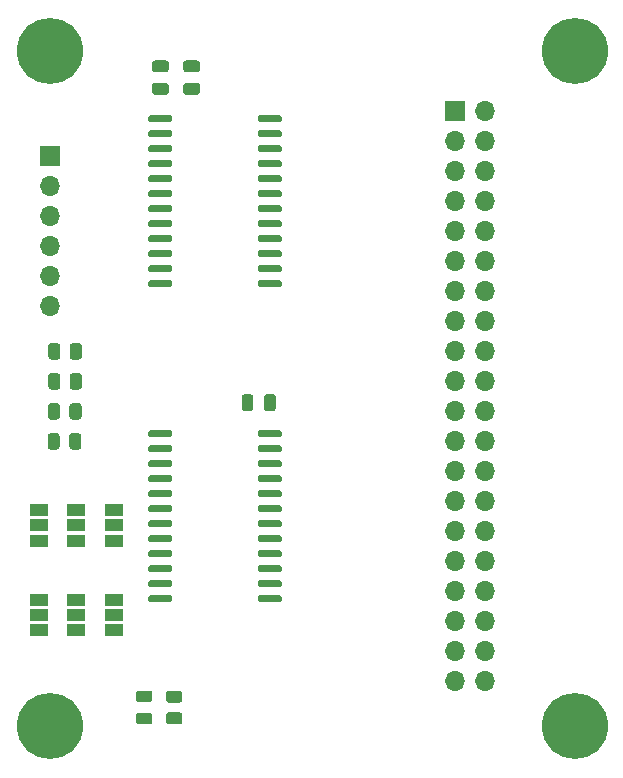
<source format=gts>
G04 #@! TF.GenerationSoftware,KiCad,Pcbnew,6.0.6-3a73a75311~116~ubuntu22.04.1*
G04 #@! TF.CreationDate,2022-06-23T20:47:55-04:00*
G04 #@! TF.ProjectId,switch_mux_breakout,73776974-6368-45f6-9d75-785f62726561,0*
G04 #@! TF.SameCoordinates,Original*
G04 #@! TF.FileFunction,Soldermask,Top*
G04 #@! TF.FilePolarity,Negative*
%FSLAX46Y46*%
G04 Gerber Fmt 4.6, Leading zero omitted, Abs format (unit mm)*
G04 Created by KiCad (PCBNEW 6.0.6-3a73a75311~116~ubuntu22.04.1) date 2022-06-23 20:47:55*
%MOMM*%
%LPD*%
G01*
G04 APERTURE LIST*
%ADD10R,1.500000X1.000000*%
%ADD11R,1.700000X1.700000*%
%ADD12O,1.700000X1.700000*%
%ADD13C,5.600000*%
G04 APERTURE END LIST*
D10*
X131114801Y-115092001D03*
X131114801Y-113792001D03*
X131114801Y-112492001D03*
G36*
G01*
X135552201Y-77330001D02*
X134602201Y-77330001D01*
G75*
G02*
X134352201Y-77080001I0J250000D01*
G01*
X134352201Y-76580001D01*
G75*
G02*
X134602201Y-76330001I250000J0D01*
G01*
X135552201Y-76330001D01*
G75*
G02*
X135802201Y-76580001I0J-250000D01*
G01*
X135802201Y-77080001D01*
G75*
G02*
X135552201Y-77330001I-250000J0D01*
G01*
G37*
G36*
G01*
X135552201Y-75430001D02*
X134602201Y-75430001D01*
G75*
G02*
X134352201Y-75180001I0J250000D01*
G01*
X134352201Y-74680001D01*
G75*
G02*
X134602201Y-74430001I250000J0D01*
G01*
X135552201Y-74430001D01*
G75*
G02*
X135802201Y-74680001I0J-250000D01*
G01*
X135802201Y-75180001D01*
G75*
G02*
X135552201Y-75430001I-250000J0D01*
G01*
G37*
G36*
G01*
X134161851Y-130634801D02*
X133249351Y-130634801D01*
G75*
G02*
X133005601Y-130391051I0J243750D01*
G01*
X133005601Y-129903551D01*
G75*
G02*
X133249351Y-129659801I243750J0D01*
G01*
X134161851Y-129659801D01*
G75*
G02*
X134405601Y-129903551I0J-243750D01*
G01*
X134405601Y-130391051D01*
G75*
G02*
X134161851Y-130634801I-243750J0D01*
G01*
G37*
G36*
G01*
X134161851Y-128759801D02*
X133249351Y-128759801D01*
G75*
G02*
X133005601Y-128516051I0J243750D01*
G01*
X133005601Y-128028551D01*
G75*
G02*
X133249351Y-127784801I243750J0D01*
G01*
X134161851Y-127784801D01*
G75*
G02*
X134405601Y-128028551I0J-243750D01*
G01*
X134405601Y-128516051D01*
G75*
G02*
X134161851Y-128759801I-243750J0D01*
G01*
G37*
G36*
G01*
X128425001Y-98610001D02*
X128425001Y-99510001D01*
G75*
G02*
X128175001Y-99760001I-250000J0D01*
G01*
X127650001Y-99760001D01*
G75*
G02*
X127400001Y-99510001I0J250000D01*
G01*
X127400001Y-98610001D01*
G75*
G02*
X127650001Y-98360001I250000J0D01*
G01*
X128175001Y-98360001D01*
G75*
G02*
X128425001Y-98610001I0J-250000D01*
G01*
G37*
G36*
G01*
X126600001Y-98610001D02*
X126600001Y-99510001D01*
G75*
G02*
X126350001Y-99760001I-250000J0D01*
G01*
X125825001Y-99760001D01*
G75*
G02*
X125575001Y-99510001I0J250000D01*
G01*
X125575001Y-98610001D01*
G75*
G02*
X125825001Y-98360001I250000J0D01*
G01*
X126350001Y-98360001D01*
G75*
G02*
X126600001Y-98610001I0J-250000D01*
G01*
G37*
X127939801Y-115092001D03*
X127939801Y-113792001D03*
X127939801Y-112492001D03*
D11*
X125730001Y-82550001D03*
D12*
X125730001Y-85090001D03*
X125730001Y-87630001D03*
X125730001Y-90170001D03*
X125730001Y-92710001D03*
X125730001Y-95250001D03*
G36*
G01*
X134025001Y-106195001D02*
X134025001Y-105895001D01*
G75*
G02*
X134175001Y-105745001I150000J0D01*
G01*
X135925001Y-105745001D01*
G75*
G02*
X136075001Y-105895001I0J-150000D01*
G01*
X136075001Y-106195001D01*
G75*
G02*
X135925001Y-106345001I-150000J0D01*
G01*
X134175001Y-106345001D01*
G75*
G02*
X134025001Y-106195001I0J150000D01*
G01*
G37*
G36*
G01*
X134025001Y-107465001D02*
X134025001Y-107165001D01*
G75*
G02*
X134175001Y-107015001I150000J0D01*
G01*
X135925001Y-107015001D01*
G75*
G02*
X136075001Y-107165001I0J-150000D01*
G01*
X136075001Y-107465001D01*
G75*
G02*
X135925001Y-107615001I-150000J0D01*
G01*
X134175001Y-107615001D01*
G75*
G02*
X134025001Y-107465001I0J150000D01*
G01*
G37*
G36*
G01*
X134025001Y-108735001D02*
X134025001Y-108435001D01*
G75*
G02*
X134175001Y-108285001I150000J0D01*
G01*
X135925001Y-108285001D01*
G75*
G02*
X136075001Y-108435001I0J-150000D01*
G01*
X136075001Y-108735001D01*
G75*
G02*
X135925001Y-108885001I-150000J0D01*
G01*
X134175001Y-108885001D01*
G75*
G02*
X134025001Y-108735001I0J150000D01*
G01*
G37*
G36*
G01*
X134025001Y-110005001D02*
X134025001Y-109705001D01*
G75*
G02*
X134175001Y-109555001I150000J0D01*
G01*
X135925001Y-109555001D01*
G75*
G02*
X136075001Y-109705001I0J-150000D01*
G01*
X136075001Y-110005001D01*
G75*
G02*
X135925001Y-110155001I-150000J0D01*
G01*
X134175001Y-110155001D01*
G75*
G02*
X134025001Y-110005001I0J150000D01*
G01*
G37*
G36*
G01*
X134025001Y-111275001D02*
X134025001Y-110975001D01*
G75*
G02*
X134175001Y-110825001I150000J0D01*
G01*
X135925001Y-110825001D01*
G75*
G02*
X136075001Y-110975001I0J-150000D01*
G01*
X136075001Y-111275001D01*
G75*
G02*
X135925001Y-111425001I-150000J0D01*
G01*
X134175001Y-111425001D01*
G75*
G02*
X134025001Y-111275001I0J150000D01*
G01*
G37*
G36*
G01*
X134025001Y-112545001D02*
X134025001Y-112245001D01*
G75*
G02*
X134175001Y-112095001I150000J0D01*
G01*
X135925001Y-112095001D01*
G75*
G02*
X136075001Y-112245001I0J-150000D01*
G01*
X136075001Y-112545001D01*
G75*
G02*
X135925001Y-112695001I-150000J0D01*
G01*
X134175001Y-112695001D01*
G75*
G02*
X134025001Y-112545001I0J150000D01*
G01*
G37*
G36*
G01*
X134025001Y-113815001D02*
X134025001Y-113515001D01*
G75*
G02*
X134175001Y-113365001I150000J0D01*
G01*
X135925001Y-113365001D01*
G75*
G02*
X136075001Y-113515001I0J-150000D01*
G01*
X136075001Y-113815001D01*
G75*
G02*
X135925001Y-113965001I-150000J0D01*
G01*
X134175001Y-113965001D01*
G75*
G02*
X134025001Y-113815001I0J150000D01*
G01*
G37*
G36*
G01*
X134025001Y-115085001D02*
X134025001Y-114785001D01*
G75*
G02*
X134175001Y-114635001I150000J0D01*
G01*
X135925001Y-114635001D01*
G75*
G02*
X136075001Y-114785001I0J-150000D01*
G01*
X136075001Y-115085001D01*
G75*
G02*
X135925001Y-115235001I-150000J0D01*
G01*
X134175001Y-115235001D01*
G75*
G02*
X134025001Y-115085001I0J150000D01*
G01*
G37*
G36*
G01*
X134025001Y-116355001D02*
X134025001Y-116055001D01*
G75*
G02*
X134175001Y-115905001I150000J0D01*
G01*
X135925001Y-115905001D01*
G75*
G02*
X136075001Y-116055001I0J-150000D01*
G01*
X136075001Y-116355001D01*
G75*
G02*
X135925001Y-116505001I-150000J0D01*
G01*
X134175001Y-116505001D01*
G75*
G02*
X134025001Y-116355001I0J150000D01*
G01*
G37*
G36*
G01*
X134025001Y-117625001D02*
X134025001Y-117325001D01*
G75*
G02*
X134175001Y-117175001I150000J0D01*
G01*
X135925001Y-117175001D01*
G75*
G02*
X136075001Y-117325001I0J-150000D01*
G01*
X136075001Y-117625001D01*
G75*
G02*
X135925001Y-117775001I-150000J0D01*
G01*
X134175001Y-117775001D01*
G75*
G02*
X134025001Y-117625001I0J150000D01*
G01*
G37*
G36*
G01*
X134025001Y-118895001D02*
X134025001Y-118595001D01*
G75*
G02*
X134175001Y-118445001I150000J0D01*
G01*
X135925001Y-118445001D01*
G75*
G02*
X136075001Y-118595001I0J-150000D01*
G01*
X136075001Y-118895001D01*
G75*
G02*
X135925001Y-119045001I-150000J0D01*
G01*
X134175001Y-119045001D01*
G75*
G02*
X134025001Y-118895001I0J150000D01*
G01*
G37*
G36*
G01*
X134025001Y-120165001D02*
X134025001Y-119865001D01*
G75*
G02*
X134175001Y-119715001I150000J0D01*
G01*
X135925001Y-119715001D01*
G75*
G02*
X136075001Y-119865001I0J-150000D01*
G01*
X136075001Y-120165001D01*
G75*
G02*
X135925001Y-120315001I-150000J0D01*
G01*
X134175001Y-120315001D01*
G75*
G02*
X134025001Y-120165001I0J150000D01*
G01*
G37*
G36*
G01*
X143325001Y-120165001D02*
X143325001Y-119865001D01*
G75*
G02*
X143475001Y-119715001I150000J0D01*
G01*
X145225001Y-119715001D01*
G75*
G02*
X145375001Y-119865001I0J-150000D01*
G01*
X145375001Y-120165001D01*
G75*
G02*
X145225001Y-120315001I-150000J0D01*
G01*
X143475001Y-120315001D01*
G75*
G02*
X143325001Y-120165001I0J150000D01*
G01*
G37*
G36*
G01*
X143325001Y-118895001D02*
X143325001Y-118595001D01*
G75*
G02*
X143475001Y-118445001I150000J0D01*
G01*
X145225001Y-118445001D01*
G75*
G02*
X145375001Y-118595001I0J-150000D01*
G01*
X145375001Y-118895001D01*
G75*
G02*
X145225001Y-119045001I-150000J0D01*
G01*
X143475001Y-119045001D01*
G75*
G02*
X143325001Y-118895001I0J150000D01*
G01*
G37*
G36*
G01*
X143325001Y-117625001D02*
X143325001Y-117325001D01*
G75*
G02*
X143475001Y-117175001I150000J0D01*
G01*
X145225001Y-117175001D01*
G75*
G02*
X145375001Y-117325001I0J-150000D01*
G01*
X145375001Y-117625001D01*
G75*
G02*
X145225001Y-117775001I-150000J0D01*
G01*
X143475001Y-117775001D01*
G75*
G02*
X143325001Y-117625001I0J150000D01*
G01*
G37*
G36*
G01*
X143325001Y-116355001D02*
X143325001Y-116055001D01*
G75*
G02*
X143475001Y-115905001I150000J0D01*
G01*
X145225001Y-115905001D01*
G75*
G02*
X145375001Y-116055001I0J-150000D01*
G01*
X145375001Y-116355001D01*
G75*
G02*
X145225001Y-116505001I-150000J0D01*
G01*
X143475001Y-116505001D01*
G75*
G02*
X143325001Y-116355001I0J150000D01*
G01*
G37*
G36*
G01*
X143325001Y-115085001D02*
X143325001Y-114785001D01*
G75*
G02*
X143475001Y-114635001I150000J0D01*
G01*
X145225001Y-114635001D01*
G75*
G02*
X145375001Y-114785001I0J-150000D01*
G01*
X145375001Y-115085001D01*
G75*
G02*
X145225001Y-115235001I-150000J0D01*
G01*
X143475001Y-115235001D01*
G75*
G02*
X143325001Y-115085001I0J150000D01*
G01*
G37*
G36*
G01*
X143325001Y-113815001D02*
X143325001Y-113515001D01*
G75*
G02*
X143475001Y-113365001I150000J0D01*
G01*
X145225001Y-113365001D01*
G75*
G02*
X145375001Y-113515001I0J-150000D01*
G01*
X145375001Y-113815001D01*
G75*
G02*
X145225001Y-113965001I-150000J0D01*
G01*
X143475001Y-113965001D01*
G75*
G02*
X143325001Y-113815001I0J150000D01*
G01*
G37*
G36*
G01*
X143325001Y-112545001D02*
X143325001Y-112245001D01*
G75*
G02*
X143475001Y-112095001I150000J0D01*
G01*
X145225001Y-112095001D01*
G75*
G02*
X145375001Y-112245001I0J-150000D01*
G01*
X145375001Y-112545001D01*
G75*
G02*
X145225001Y-112695001I-150000J0D01*
G01*
X143475001Y-112695001D01*
G75*
G02*
X143325001Y-112545001I0J150000D01*
G01*
G37*
G36*
G01*
X143325001Y-111275001D02*
X143325001Y-110975001D01*
G75*
G02*
X143475001Y-110825001I150000J0D01*
G01*
X145225001Y-110825001D01*
G75*
G02*
X145375001Y-110975001I0J-150000D01*
G01*
X145375001Y-111275001D01*
G75*
G02*
X145225001Y-111425001I-150000J0D01*
G01*
X143475001Y-111425001D01*
G75*
G02*
X143325001Y-111275001I0J150000D01*
G01*
G37*
G36*
G01*
X143325001Y-110005001D02*
X143325001Y-109705001D01*
G75*
G02*
X143475001Y-109555001I150000J0D01*
G01*
X145225001Y-109555001D01*
G75*
G02*
X145375001Y-109705001I0J-150000D01*
G01*
X145375001Y-110005001D01*
G75*
G02*
X145225001Y-110155001I-150000J0D01*
G01*
X143475001Y-110155001D01*
G75*
G02*
X143325001Y-110005001I0J150000D01*
G01*
G37*
G36*
G01*
X143325001Y-108735001D02*
X143325001Y-108435001D01*
G75*
G02*
X143475001Y-108285001I150000J0D01*
G01*
X145225001Y-108285001D01*
G75*
G02*
X145375001Y-108435001I0J-150000D01*
G01*
X145375001Y-108735001D01*
G75*
G02*
X145225001Y-108885001I-150000J0D01*
G01*
X143475001Y-108885001D01*
G75*
G02*
X143325001Y-108735001I0J150000D01*
G01*
G37*
G36*
G01*
X143325001Y-107465001D02*
X143325001Y-107165001D01*
G75*
G02*
X143475001Y-107015001I150000J0D01*
G01*
X145225001Y-107015001D01*
G75*
G02*
X145375001Y-107165001I0J-150000D01*
G01*
X145375001Y-107465001D01*
G75*
G02*
X145225001Y-107615001I-150000J0D01*
G01*
X143475001Y-107615001D01*
G75*
G02*
X143325001Y-107465001I0J150000D01*
G01*
G37*
G36*
G01*
X143325001Y-106195001D02*
X143325001Y-105895001D01*
G75*
G02*
X143475001Y-105745001I150000J0D01*
G01*
X145225001Y-105745001D01*
G75*
G02*
X145375001Y-105895001I0J-150000D01*
G01*
X145375001Y-106195001D01*
G75*
G02*
X145225001Y-106345001I-150000J0D01*
G01*
X143475001Y-106345001D01*
G75*
G02*
X143325001Y-106195001I0J150000D01*
G01*
G37*
D10*
X131114801Y-122682001D03*
X131114801Y-121382001D03*
X131114801Y-120082001D03*
D13*
X170180001Y-73660001D03*
G36*
G01*
X128425001Y-101150001D02*
X128425001Y-102050001D01*
G75*
G02*
X128175001Y-102300001I-250000J0D01*
G01*
X127650001Y-102300001D01*
G75*
G02*
X127400001Y-102050001I0J250000D01*
G01*
X127400001Y-101150001D01*
G75*
G02*
X127650001Y-100900001I250000J0D01*
G01*
X128175001Y-100900001D01*
G75*
G02*
X128425001Y-101150001I0J-250000D01*
G01*
G37*
G36*
G01*
X126600001Y-101150001D02*
X126600001Y-102050001D01*
G75*
G02*
X126350001Y-102300001I-250000J0D01*
G01*
X125825001Y-102300001D01*
G75*
G02*
X125575001Y-102050001I0J250000D01*
G01*
X125575001Y-101150001D01*
G75*
G02*
X125825001Y-100900001I250000J0D01*
G01*
X126350001Y-100900001D01*
G75*
G02*
X126600001Y-101150001I0J-250000D01*
G01*
G37*
G36*
G01*
X144843201Y-102928401D02*
X144843201Y-103878401D01*
G75*
G02*
X144593201Y-104128401I-250000J0D01*
G01*
X144093201Y-104128401D01*
G75*
G02*
X143843201Y-103878401I0J250000D01*
G01*
X143843201Y-102928401D01*
G75*
G02*
X144093201Y-102678401I250000J0D01*
G01*
X144593201Y-102678401D01*
G75*
G02*
X144843201Y-102928401I0J-250000D01*
G01*
G37*
G36*
G01*
X142943201Y-102928401D02*
X142943201Y-103878401D01*
G75*
G02*
X142693201Y-104128401I-250000J0D01*
G01*
X142193201Y-104128401D01*
G75*
G02*
X141943201Y-103878401I0J250000D01*
G01*
X141943201Y-102928401D01*
G75*
G02*
X142193201Y-102678401I250000J0D01*
G01*
X142693201Y-102678401D01*
G75*
G02*
X142943201Y-102928401I0J-250000D01*
G01*
G37*
X170180001Y-130810001D03*
D10*
X124764801Y-115092001D03*
X124764801Y-113792001D03*
X124764801Y-112492001D03*
G36*
G01*
X135795601Y-127787101D02*
X136695601Y-127787101D01*
G75*
G02*
X136945601Y-128037101I0J-250000D01*
G01*
X136945601Y-128562101D01*
G75*
G02*
X136695601Y-128812101I-250000J0D01*
G01*
X135795601Y-128812101D01*
G75*
G02*
X135545601Y-128562101I0J250000D01*
G01*
X135545601Y-128037101D01*
G75*
G02*
X135795601Y-127787101I250000J0D01*
G01*
G37*
G36*
G01*
X135795601Y-129612101D02*
X136695601Y-129612101D01*
G75*
G02*
X136945601Y-129862101I0J-250000D01*
G01*
X136945601Y-130387101D01*
G75*
G02*
X136695601Y-130637101I-250000J0D01*
G01*
X135795601Y-130637101D01*
G75*
G02*
X135545601Y-130387101I0J250000D01*
G01*
X135545601Y-129862101D01*
G75*
G02*
X135795601Y-129612101I250000J0D01*
G01*
G37*
G36*
G01*
X128378001Y-106230001D02*
X128378001Y-107130001D01*
G75*
G02*
X128128001Y-107380001I-250000J0D01*
G01*
X127603001Y-107380001D01*
G75*
G02*
X127353001Y-107130001I0J250000D01*
G01*
X127353001Y-106230001D01*
G75*
G02*
X127603001Y-105980001I250000J0D01*
G01*
X128128001Y-105980001D01*
G75*
G02*
X128378001Y-106230001I0J-250000D01*
G01*
G37*
G36*
G01*
X126553001Y-106230001D02*
X126553001Y-107130001D01*
G75*
G02*
X126303001Y-107380001I-250000J0D01*
G01*
X125778001Y-107380001D01*
G75*
G02*
X125528001Y-107130001I0J250000D01*
G01*
X125528001Y-106230001D01*
G75*
G02*
X125778001Y-105980001I250000J0D01*
G01*
X126303001Y-105980001D01*
G75*
G02*
X126553001Y-106230001I0J-250000D01*
G01*
G37*
D13*
X125730001Y-130810001D03*
G36*
G01*
X138193801Y-77330001D02*
X137243801Y-77330001D01*
G75*
G02*
X136993801Y-77080001I0J250000D01*
G01*
X136993801Y-76580001D01*
G75*
G02*
X137243801Y-76330001I250000J0D01*
G01*
X138193801Y-76330001D01*
G75*
G02*
X138443801Y-76580001I0J-250000D01*
G01*
X138443801Y-77080001D01*
G75*
G02*
X138193801Y-77330001I-250000J0D01*
G01*
G37*
G36*
G01*
X138193801Y-75430001D02*
X137243801Y-75430001D01*
G75*
G02*
X136993801Y-75180001I0J250000D01*
G01*
X136993801Y-74680001D01*
G75*
G02*
X137243801Y-74430001I250000J0D01*
G01*
X138193801Y-74430001D01*
G75*
G02*
X138443801Y-74680001I0J-250000D01*
G01*
X138443801Y-75180001D01*
G75*
G02*
X138193801Y-75430001I-250000J0D01*
G01*
G37*
G36*
G01*
X128401501Y-103690001D02*
X128401501Y-104590001D01*
G75*
G02*
X128151501Y-104840001I-250000J0D01*
G01*
X127626501Y-104840001D01*
G75*
G02*
X127376501Y-104590001I0J250000D01*
G01*
X127376501Y-103690001D01*
G75*
G02*
X127626501Y-103440001I250000J0D01*
G01*
X128151501Y-103440001D01*
G75*
G02*
X128401501Y-103690001I0J-250000D01*
G01*
G37*
G36*
G01*
X126576501Y-103690001D02*
X126576501Y-104590001D01*
G75*
G02*
X126326501Y-104840001I-250000J0D01*
G01*
X125801501Y-104840001D01*
G75*
G02*
X125551501Y-104590001I0J250000D01*
G01*
X125551501Y-103690001D01*
G75*
G02*
X125801501Y-103440001I250000J0D01*
G01*
X126326501Y-103440001D01*
G75*
G02*
X126576501Y-103690001I0J-250000D01*
G01*
G37*
D10*
X124764801Y-122682001D03*
X124764801Y-121382001D03*
X124764801Y-120082001D03*
G36*
G01*
X134025001Y-79525001D02*
X134025001Y-79225001D01*
G75*
G02*
X134175001Y-79075001I150000J0D01*
G01*
X135925001Y-79075001D01*
G75*
G02*
X136075001Y-79225001I0J-150000D01*
G01*
X136075001Y-79525001D01*
G75*
G02*
X135925001Y-79675001I-150000J0D01*
G01*
X134175001Y-79675001D01*
G75*
G02*
X134025001Y-79525001I0J150000D01*
G01*
G37*
G36*
G01*
X134025001Y-80795001D02*
X134025001Y-80495001D01*
G75*
G02*
X134175001Y-80345001I150000J0D01*
G01*
X135925001Y-80345001D01*
G75*
G02*
X136075001Y-80495001I0J-150000D01*
G01*
X136075001Y-80795001D01*
G75*
G02*
X135925001Y-80945001I-150000J0D01*
G01*
X134175001Y-80945001D01*
G75*
G02*
X134025001Y-80795001I0J150000D01*
G01*
G37*
G36*
G01*
X134025001Y-82065001D02*
X134025001Y-81765001D01*
G75*
G02*
X134175001Y-81615001I150000J0D01*
G01*
X135925001Y-81615001D01*
G75*
G02*
X136075001Y-81765001I0J-150000D01*
G01*
X136075001Y-82065001D01*
G75*
G02*
X135925001Y-82215001I-150000J0D01*
G01*
X134175001Y-82215001D01*
G75*
G02*
X134025001Y-82065001I0J150000D01*
G01*
G37*
G36*
G01*
X134025001Y-83335001D02*
X134025001Y-83035001D01*
G75*
G02*
X134175001Y-82885001I150000J0D01*
G01*
X135925001Y-82885001D01*
G75*
G02*
X136075001Y-83035001I0J-150000D01*
G01*
X136075001Y-83335001D01*
G75*
G02*
X135925001Y-83485001I-150000J0D01*
G01*
X134175001Y-83485001D01*
G75*
G02*
X134025001Y-83335001I0J150000D01*
G01*
G37*
G36*
G01*
X134025001Y-84605001D02*
X134025001Y-84305001D01*
G75*
G02*
X134175001Y-84155001I150000J0D01*
G01*
X135925001Y-84155001D01*
G75*
G02*
X136075001Y-84305001I0J-150000D01*
G01*
X136075001Y-84605001D01*
G75*
G02*
X135925001Y-84755001I-150000J0D01*
G01*
X134175001Y-84755001D01*
G75*
G02*
X134025001Y-84605001I0J150000D01*
G01*
G37*
G36*
G01*
X134025001Y-85875001D02*
X134025001Y-85575001D01*
G75*
G02*
X134175001Y-85425001I150000J0D01*
G01*
X135925001Y-85425001D01*
G75*
G02*
X136075001Y-85575001I0J-150000D01*
G01*
X136075001Y-85875001D01*
G75*
G02*
X135925001Y-86025001I-150000J0D01*
G01*
X134175001Y-86025001D01*
G75*
G02*
X134025001Y-85875001I0J150000D01*
G01*
G37*
G36*
G01*
X134025001Y-87145001D02*
X134025001Y-86845001D01*
G75*
G02*
X134175001Y-86695001I150000J0D01*
G01*
X135925001Y-86695001D01*
G75*
G02*
X136075001Y-86845001I0J-150000D01*
G01*
X136075001Y-87145001D01*
G75*
G02*
X135925001Y-87295001I-150000J0D01*
G01*
X134175001Y-87295001D01*
G75*
G02*
X134025001Y-87145001I0J150000D01*
G01*
G37*
G36*
G01*
X134025001Y-88415001D02*
X134025001Y-88115001D01*
G75*
G02*
X134175001Y-87965001I150000J0D01*
G01*
X135925001Y-87965001D01*
G75*
G02*
X136075001Y-88115001I0J-150000D01*
G01*
X136075001Y-88415001D01*
G75*
G02*
X135925001Y-88565001I-150000J0D01*
G01*
X134175001Y-88565001D01*
G75*
G02*
X134025001Y-88415001I0J150000D01*
G01*
G37*
G36*
G01*
X134025001Y-89685001D02*
X134025001Y-89385001D01*
G75*
G02*
X134175001Y-89235001I150000J0D01*
G01*
X135925001Y-89235001D01*
G75*
G02*
X136075001Y-89385001I0J-150000D01*
G01*
X136075001Y-89685001D01*
G75*
G02*
X135925001Y-89835001I-150000J0D01*
G01*
X134175001Y-89835001D01*
G75*
G02*
X134025001Y-89685001I0J150000D01*
G01*
G37*
G36*
G01*
X134025001Y-90955001D02*
X134025001Y-90655001D01*
G75*
G02*
X134175001Y-90505001I150000J0D01*
G01*
X135925001Y-90505001D01*
G75*
G02*
X136075001Y-90655001I0J-150000D01*
G01*
X136075001Y-90955001D01*
G75*
G02*
X135925001Y-91105001I-150000J0D01*
G01*
X134175001Y-91105001D01*
G75*
G02*
X134025001Y-90955001I0J150000D01*
G01*
G37*
G36*
G01*
X134025001Y-92225001D02*
X134025001Y-91925001D01*
G75*
G02*
X134175001Y-91775001I150000J0D01*
G01*
X135925001Y-91775001D01*
G75*
G02*
X136075001Y-91925001I0J-150000D01*
G01*
X136075001Y-92225001D01*
G75*
G02*
X135925001Y-92375001I-150000J0D01*
G01*
X134175001Y-92375001D01*
G75*
G02*
X134025001Y-92225001I0J150000D01*
G01*
G37*
G36*
G01*
X134025001Y-93495001D02*
X134025001Y-93195001D01*
G75*
G02*
X134175001Y-93045001I150000J0D01*
G01*
X135925001Y-93045001D01*
G75*
G02*
X136075001Y-93195001I0J-150000D01*
G01*
X136075001Y-93495001D01*
G75*
G02*
X135925001Y-93645001I-150000J0D01*
G01*
X134175001Y-93645001D01*
G75*
G02*
X134025001Y-93495001I0J150000D01*
G01*
G37*
G36*
G01*
X143325001Y-93495001D02*
X143325001Y-93195001D01*
G75*
G02*
X143475001Y-93045001I150000J0D01*
G01*
X145225001Y-93045001D01*
G75*
G02*
X145375001Y-93195001I0J-150000D01*
G01*
X145375001Y-93495001D01*
G75*
G02*
X145225001Y-93645001I-150000J0D01*
G01*
X143475001Y-93645001D01*
G75*
G02*
X143325001Y-93495001I0J150000D01*
G01*
G37*
G36*
G01*
X143325001Y-92225001D02*
X143325001Y-91925001D01*
G75*
G02*
X143475001Y-91775001I150000J0D01*
G01*
X145225001Y-91775001D01*
G75*
G02*
X145375001Y-91925001I0J-150000D01*
G01*
X145375001Y-92225001D01*
G75*
G02*
X145225001Y-92375001I-150000J0D01*
G01*
X143475001Y-92375001D01*
G75*
G02*
X143325001Y-92225001I0J150000D01*
G01*
G37*
G36*
G01*
X143325001Y-90955001D02*
X143325001Y-90655001D01*
G75*
G02*
X143475001Y-90505001I150000J0D01*
G01*
X145225001Y-90505001D01*
G75*
G02*
X145375001Y-90655001I0J-150000D01*
G01*
X145375001Y-90955001D01*
G75*
G02*
X145225001Y-91105001I-150000J0D01*
G01*
X143475001Y-91105001D01*
G75*
G02*
X143325001Y-90955001I0J150000D01*
G01*
G37*
G36*
G01*
X143325001Y-89685001D02*
X143325001Y-89385001D01*
G75*
G02*
X143475001Y-89235001I150000J0D01*
G01*
X145225001Y-89235001D01*
G75*
G02*
X145375001Y-89385001I0J-150000D01*
G01*
X145375001Y-89685001D01*
G75*
G02*
X145225001Y-89835001I-150000J0D01*
G01*
X143475001Y-89835001D01*
G75*
G02*
X143325001Y-89685001I0J150000D01*
G01*
G37*
G36*
G01*
X143325001Y-88415001D02*
X143325001Y-88115001D01*
G75*
G02*
X143475001Y-87965001I150000J0D01*
G01*
X145225001Y-87965001D01*
G75*
G02*
X145375001Y-88115001I0J-150000D01*
G01*
X145375001Y-88415001D01*
G75*
G02*
X145225001Y-88565001I-150000J0D01*
G01*
X143475001Y-88565001D01*
G75*
G02*
X143325001Y-88415001I0J150000D01*
G01*
G37*
G36*
G01*
X143325001Y-87145001D02*
X143325001Y-86845001D01*
G75*
G02*
X143475001Y-86695001I150000J0D01*
G01*
X145225001Y-86695001D01*
G75*
G02*
X145375001Y-86845001I0J-150000D01*
G01*
X145375001Y-87145001D01*
G75*
G02*
X145225001Y-87295001I-150000J0D01*
G01*
X143475001Y-87295001D01*
G75*
G02*
X143325001Y-87145001I0J150000D01*
G01*
G37*
G36*
G01*
X143325001Y-85875001D02*
X143325001Y-85575001D01*
G75*
G02*
X143475001Y-85425001I150000J0D01*
G01*
X145225001Y-85425001D01*
G75*
G02*
X145375001Y-85575001I0J-150000D01*
G01*
X145375001Y-85875001D01*
G75*
G02*
X145225001Y-86025001I-150000J0D01*
G01*
X143475001Y-86025001D01*
G75*
G02*
X143325001Y-85875001I0J150000D01*
G01*
G37*
G36*
G01*
X143325001Y-84605001D02*
X143325001Y-84305001D01*
G75*
G02*
X143475001Y-84155001I150000J0D01*
G01*
X145225001Y-84155001D01*
G75*
G02*
X145375001Y-84305001I0J-150000D01*
G01*
X145375001Y-84605001D01*
G75*
G02*
X145225001Y-84755001I-150000J0D01*
G01*
X143475001Y-84755001D01*
G75*
G02*
X143325001Y-84605001I0J150000D01*
G01*
G37*
G36*
G01*
X143325001Y-83335001D02*
X143325001Y-83035001D01*
G75*
G02*
X143475001Y-82885001I150000J0D01*
G01*
X145225001Y-82885001D01*
G75*
G02*
X145375001Y-83035001I0J-150000D01*
G01*
X145375001Y-83335001D01*
G75*
G02*
X145225001Y-83485001I-150000J0D01*
G01*
X143475001Y-83485001D01*
G75*
G02*
X143325001Y-83335001I0J150000D01*
G01*
G37*
G36*
G01*
X143325001Y-82065001D02*
X143325001Y-81765001D01*
G75*
G02*
X143475001Y-81615001I150000J0D01*
G01*
X145225001Y-81615001D01*
G75*
G02*
X145375001Y-81765001I0J-150000D01*
G01*
X145375001Y-82065001D01*
G75*
G02*
X145225001Y-82215001I-150000J0D01*
G01*
X143475001Y-82215001D01*
G75*
G02*
X143325001Y-82065001I0J150000D01*
G01*
G37*
G36*
G01*
X143325001Y-80795001D02*
X143325001Y-80495001D01*
G75*
G02*
X143475001Y-80345001I150000J0D01*
G01*
X145225001Y-80345001D01*
G75*
G02*
X145375001Y-80495001I0J-150000D01*
G01*
X145375001Y-80795001D01*
G75*
G02*
X145225001Y-80945001I-150000J0D01*
G01*
X143475001Y-80945001D01*
G75*
G02*
X143325001Y-80795001I0J150000D01*
G01*
G37*
G36*
G01*
X143325001Y-79525001D02*
X143325001Y-79225001D01*
G75*
G02*
X143475001Y-79075001I150000J0D01*
G01*
X145225001Y-79075001D01*
G75*
G02*
X145375001Y-79225001I0J-150000D01*
G01*
X145375001Y-79525001D01*
G75*
G02*
X145225001Y-79675001I-150000J0D01*
G01*
X143475001Y-79675001D01*
G75*
G02*
X143325001Y-79525001I0J150000D01*
G01*
G37*
X127939801Y-122682001D03*
X127939801Y-121382001D03*
X127939801Y-120082001D03*
D11*
X160020001Y-78740001D03*
D12*
X162560001Y-78740001D03*
X160020001Y-81280001D03*
X162560001Y-81280001D03*
X160020001Y-83820001D03*
X162560001Y-83820001D03*
X160020001Y-86360001D03*
X162560001Y-86360001D03*
X160020001Y-88900001D03*
X162560001Y-88900001D03*
X160020001Y-91440001D03*
X162560001Y-91440001D03*
X160020001Y-93980001D03*
X162560001Y-93980001D03*
X160020001Y-96520001D03*
X162560001Y-96520001D03*
X160020001Y-99060001D03*
X162560001Y-99060001D03*
X160020001Y-101600001D03*
X162560001Y-101600001D03*
X160020001Y-104140001D03*
X162560001Y-104140001D03*
X160020001Y-106680001D03*
X162560001Y-106680001D03*
X160020001Y-109220001D03*
X162560001Y-109220001D03*
X160020001Y-111760001D03*
X162560001Y-111760001D03*
X160020001Y-114300001D03*
X162560001Y-114300001D03*
X160020001Y-116840001D03*
X162560001Y-116840001D03*
X160020001Y-119380001D03*
X162560001Y-119380001D03*
X160020001Y-121920001D03*
X162560001Y-121920001D03*
X160020001Y-124460001D03*
X162560001Y-124460001D03*
X160020001Y-127000001D03*
X162560001Y-127000001D03*
D13*
X125730001Y-73660001D03*
M02*

</source>
